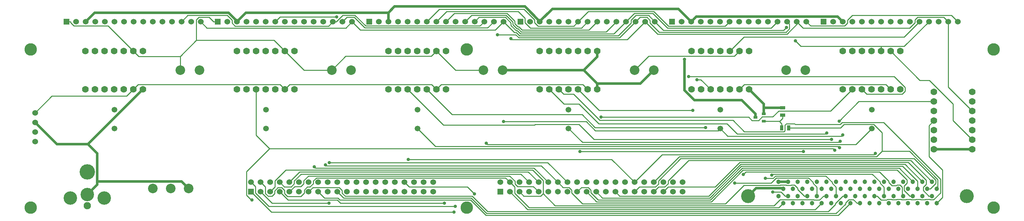
<source format=gtl>
G04 (created by PCBNEW (2013-jul-07)-stable) date Thu 11 Jun 2015 04:55:29 PM PDT*
%MOIN*%
G04 Gerber Fmt 3.4, Leading zero omitted, Abs format*
%FSLAX34Y34*%
G01*
G70*
G90*
G04 APERTURE LIST*
%ADD10C,0.00590551*%
%ADD11C,0.1*%
%ADD12R,0.06X0.06*%
%ADD13C,0.06*%
%ADD14C,0.13*%
%ADD15C,0.145669*%
%ADD16C,0.0472441*%
%ADD17C,0.076*%
%ADD18C,0.14*%
%ADD19C,0.16*%
%ADD20R,0.0394X0.0315*%
%ADD21R,0.035X0.055*%
%ADD22R,0.055X0.035*%
%ADD23C,0.07*%
%ADD24C,0.0590551*%
%ADD25C,0.035*%
%ADD26C,0.01*%
%ADD27C,0.025*%
G04 APERTURE END LIST*
G54D10*
G54D11*
X32324Y-27952D03*
X34324Y-27952D03*
X48124Y-27952D03*
X50124Y-27952D03*
X63924Y-27952D03*
X65924Y-27952D03*
X79694Y-27952D03*
X81694Y-27952D03*
X95514Y-27952D03*
X97514Y-27952D03*
G54D12*
X39712Y-40657D03*
G54D13*
X39712Y-39657D03*
X44712Y-40657D03*
X40712Y-39657D03*
X45712Y-40657D03*
X41712Y-39657D03*
X46712Y-40657D03*
X42712Y-39657D03*
X47712Y-40657D03*
X43712Y-39657D03*
X48712Y-40657D03*
X44712Y-39657D03*
X49712Y-40657D03*
X45712Y-39657D03*
X50712Y-40657D03*
X46712Y-39657D03*
X51712Y-40657D03*
X47712Y-39657D03*
X52712Y-40657D03*
X48712Y-39657D03*
X53712Y-40657D03*
X49712Y-39657D03*
X54712Y-40657D03*
X50712Y-39657D03*
X51712Y-39657D03*
X55712Y-40657D03*
X52712Y-39657D03*
X54712Y-39657D03*
X55712Y-39657D03*
X56712Y-39657D03*
X57712Y-39657D03*
X56712Y-40657D03*
X57712Y-40657D03*
X40712Y-40657D03*
X41712Y-40657D03*
X42712Y-40657D03*
X43712Y-40657D03*
X58712Y-40657D03*
X58712Y-39657D03*
X53712Y-39657D03*
G54D12*
X20460Y-22874D03*
G54D13*
X21460Y-22874D03*
X22460Y-22874D03*
X23460Y-22874D03*
X24460Y-22874D03*
X25460Y-22874D03*
X26460Y-22874D03*
X27460Y-22874D03*
X28460Y-22874D03*
X29460Y-22874D03*
X30460Y-22874D03*
X31460Y-22874D03*
X32460Y-22874D03*
X33460Y-22874D03*
X34460Y-22874D03*
G54D12*
X36248Y-22874D03*
G54D13*
X37248Y-22874D03*
X38248Y-22874D03*
X39248Y-22874D03*
X40248Y-22874D03*
X41248Y-22874D03*
X42248Y-22874D03*
X43248Y-22874D03*
X44248Y-22874D03*
X45248Y-22874D03*
X46248Y-22874D03*
X47248Y-22874D03*
X48248Y-22874D03*
X49248Y-22874D03*
X50248Y-22874D03*
G54D12*
X52035Y-22874D03*
G54D13*
X53035Y-22874D03*
X54035Y-22874D03*
X55035Y-22874D03*
X56035Y-22874D03*
X57035Y-22874D03*
X58035Y-22874D03*
X59035Y-22874D03*
X60035Y-22874D03*
X61035Y-22874D03*
X62035Y-22874D03*
X63035Y-22874D03*
X64035Y-22874D03*
X65035Y-22874D03*
X66035Y-22874D03*
G54D12*
X67822Y-22874D03*
G54D13*
X68822Y-22874D03*
X69822Y-22874D03*
X70822Y-22874D03*
X71822Y-22874D03*
X72822Y-22874D03*
X73822Y-22874D03*
X74822Y-22874D03*
X75822Y-22874D03*
X76822Y-22874D03*
X77822Y-22874D03*
X78822Y-22874D03*
X79822Y-22874D03*
X80822Y-22874D03*
X81822Y-22874D03*
G54D12*
X83610Y-22874D03*
G54D13*
X84610Y-22874D03*
X85610Y-22874D03*
X86610Y-22874D03*
X87610Y-22874D03*
X88610Y-22874D03*
X89610Y-22874D03*
X90610Y-22874D03*
X91610Y-22874D03*
X92610Y-22874D03*
X93610Y-22874D03*
X94610Y-22874D03*
X95610Y-22874D03*
X96610Y-22874D03*
X97610Y-22874D03*
G54D12*
X99397Y-22874D03*
G54D13*
X100397Y-22874D03*
X101397Y-22874D03*
X102397Y-22874D03*
X103397Y-22874D03*
X104397Y-22874D03*
X105397Y-22874D03*
X106397Y-22874D03*
X107397Y-22874D03*
X108397Y-22874D03*
X109397Y-22874D03*
X110397Y-22874D03*
X111397Y-22874D03*
X112397Y-22874D03*
X113397Y-22874D03*
G54D14*
X117125Y-25787D03*
X16732Y-42322D03*
X117125Y-42322D03*
X62204Y-25787D03*
X62204Y-42322D03*
X16732Y-25787D03*
G54D15*
X91553Y-41100D03*
X114352Y-41100D03*
G54D16*
X94702Y-39600D03*
X95202Y-40350D03*
X95702Y-39600D03*
X96202Y-40350D03*
X96702Y-39600D03*
X97202Y-40350D03*
X97702Y-39600D03*
X98202Y-40350D03*
X98702Y-39600D03*
X99202Y-40350D03*
X99702Y-39600D03*
X100202Y-40350D03*
X100702Y-39600D03*
X101202Y-40350D03*
X101702Y-39600D03*
X102202Y-40350D03*
X102702Y-39600D03*
X103202Y-40350D03*
X103702Y-39600D03*
X104202Y-40350D03*
X104702Y-39600D03*
X105202Y-40350D03*
X105702Y-39600D03*
X106202Y-40350D03*
X106702Y-39600D03*
X107202Y-40350D03*
X107702Y-39600D03*
X108202Y-40350D03*
X108702Y-39600D03*
X109202Y-40350D03*
X109702Y-39600D03*
X110202Y-40350D03*
X110702Y-39600D03*
X111202Y-40350D03*
X94702Y-41100D03*
X95202Y-41850D03*
X95702Y-41100D03*
X96202Y-41850D03*
X96702Y-41100D03*
X97202Y-41850D03*
X97702Y-41100D03*
X98202Y-41850D03*
X98702Y-41100D03*
X99202Y-41850D03*
X99702Y-41100D03*
X100202Y-41850D03*
X100702Y-41100D03*
X101202Y-41850D03*
X101702Y-41100D03*
X102202Y-41850D03*
X102702Y-41100D03*
X103202Y-41850D03*
X103702Y-41100D03*
X104202Y-41850D03*
X104702Y-41100D03*
X105202Y-41850D03*
X105702Y-41100D03*
X106202Y-41850D03*
X106702Y-41100D03*
X107202Y-41850D03*
X107702Y-41100D03*
X108202Y-41850D03*
X108702Y-41100D03*
X109202Y-41850D03*
X109702Y-41100D03*
X110202Y-41850D03*
X110702Y-41100D03*
X111202Y-41850D03*
G54D17*
X22637Y-42115D03*
G54D18*
X22637Y-40935D03*
G54D19*
X22637Y-38575D03*
G54D18*
X24407Y-41325D03*
X20867Y-41325D03*
G54D11*
X29480Y-40314D03*
X31350Y-40314D03*
X33220Y-40314D03*
G54D12*
X65696Y-40657D03*
G54D13*
X65696Y-39657D03*
X70696Y-40657D03*
X66696Y-39657D03*
X71696Y-40657D03*
X67696Y-39657D03*
X72696Y-40657D03*
X68696Y-39657D03*
X73696Y-40657D03*
X69696Y-39657D03*
X74696Y-40657D03*
X70696Y-39657D03*
X75696Y-40657D03*
X71696Y-39657D03*
X76696Y-40657D03*
X72696Y-39657D03*
X77696Y-40657D03*
X73696Y-39657D03*
X78696Y-40657D03*
X74696Y-39657D03*
X79696Y-40657D03*
X75696Y-39657D03*
X80696Y-40657D03*
X76696Y-39657D03*
X77696Y-39657D03*
X81696Y-40657D03*
X78696Y-39657D03*
X80696Y-39657D03*
X81696Y-39657D03*
X82696Y-39657D03*
X83696Y-39657D03*
X82696Y-40657D03*
X83696Y-40657D03*
X66696Y-40657D03*
X67696Y-40657D03*
X68696Y-40657D03*
X69696Y-40657D03*
X84696Y-40657D03*
X84696Y-39657D03*
X79696Y-39657D03*
G54D20*
X92296Y-32890D03*
X93162Y-32515D03*
X93162Y-33265D03*
G54D21*
X95784Y-33960D03*
X95034Y-33960D03*
G54D22*
X95150Y-32635D03*
X95150Y-31885D03*
G54D23*
X22450Y-29952D03*
X23450Y-29952D03*
X24450Y-29952D03*
X25450Y-29952D03*
X26450Y-29952D03*
X27450Y-29952D03*
X28450Y-29952D03*
X28450Y-25952D03*
X27450Y-25952D03*
X26450Y-25952D03*
X25450Y-25952D03*
X24450Y-25952D03*
X23450Y-25952D03*
X22450Y-25952D03*
X38250Y-29952D03*
X39250Y-29952D03*
X40250Y-29952D03*
X41250Y-29952D03*
X42250Y-29952D03*
X43250Y-29952D03*
X44250Y-29952D03*
X44250Y-25952D03*
X43250Y-25952D03*
X42250Y-25952D03*
X41250Y-25952D03*
X40250Y-25952D03*
X39250Y-25952D03*
X38250Y-25952D03*
X54050Y-29952D03*
X55050Y-29952D03*
X56050Y-29952D03*
X57050Y-29952D03*
X58050Y-29952D03*
X59050Y-29952D03*
X60050Y-29952D03*
X60050Y-25952D03*
X59050Y-25952D03*
X58050Y-25952D03*
X57050Y-25952D03*
X56050Y-25952D03*
X55050Y-25952D03*
X54050Y-25952D03*
X69820Y-29952D03*
X70820Y-29952D03*
X71820Y-29952D03*
X72820Y-29952D03*
X73820Y-29952D03*
X74820Y-29952D03*
X75820Y-29952D03*
X75820Y-25952D03*
X74820Y-25952D03*
X73820Y-25952D03*
X72820Y-25952D03*
X71820Y-25952D03*
X70820Y-25952D03*
X69820Y-25952D03*
X85640Y-29952D03*
X86640Y-29952D03*
X87640Y-29952D03*
X88640Y-29952D03*
X89640Y-29952D03*
X90640Y-29952D03*
X91640Y-29952D03*
X91640Y-25952D03*
X90640Y-25952D03*
X89640Y-25952D03*
X88640Y-25952D03*
X87640Y-25952D03*
X86640Y-25952D03*
X85640Y-25952D03*
X101400Y-29952D03*
X102400Y-29952D03*
X103400Y-29952D03*
X104400Y-29952D03*
X105400Y-29952D03*
X106400Y-29952D03*
X107400Y-29952D03*
X107400Y-25952D03*
X106400Y-25952D03*
X105400Y-25952D03*
X104400Y-25952D03*
X103400Y-25952D03*
X102400Y-25952D03*
X101400Y-25952D03*
X110909Y-30220D03*
X110909Y-31220D03*
X110909Y-32220D03*
X110909Y-33220D03*
X110909Y-34220D03*
X110909Y-35220D03*
X110909Y-36220D03*
X114909Y-36220D03*
X114909Y-35220D03*
X114909Y-34220D03*
X114909Y-33220D03*
X114909Y-32220D03*
X114909Y-31220D03*
X114909Y-30220D03*
G54D24*
X25480Y-32086D03*
X25480Y-34055D03*
X41279Y-32086D03*
X41279Y-34055D03*
X57070Y-32086D03*
X57070Y-34055D03*
X72820Y-32086D03*
X72820Y-34055D03*
X88640Y-32086D03*
X88640Y-34055D03*
X104440Y-32086D03*
X104440Y-34055D03*
G54D13*
X17200Y-35400D03*
X17200Y-34400D03*
X17200Y-33400D03*
X17200Y-32400D03*
G54D25*
X61002Y-42190D03*
X48637Y-22368D03*
X87100Y-33931D03*
X94112Y-40692D03*
X85779Y-32150D03*
X97300Y-36455D03*
X74005Y-36455D03*
X46318Y-38051D03*
X96476Y-24883D03*
X47479Y-37856D03*
X101024Y-33273D03*
X65402Y-24240D03*
X47869Y-37605D03*
X66797Y-24636D03*
X104808Y-36639D03*
X56102Y-37267D03*
X95530Y-23474D03*
X101066Y-36046D03*
X101151Y-35392D03*
X66044Y-33321D03*
X101403Y-34719D03*
X64251Y-35584D03*
X100577Y-36296D03*
X39816Y-41503D03*
X100251Y-35167D03*
X94012Y-38925D03*
X86196Y-28933D03*
X85329Y-28608D03*
X91048Y-38848D03*
X62994Y-40871D03*
X84916Y-26808D03*
X90140Y-39728D03*
X60881Y-42771D03*
X47830Y-41858D03*
X99728Y-34503D03*
X59870Y-41832D03*
X93356Y-39250D03*
X76193Y-32850D03*
G54D26*
X59550Y-29452D02*
X59050Y-29952D01*
X74319Y-29452D02*
X59550Y-29452D01*
X74820Y-29952D02*
X74319Y-29452D01*
X26743Y-30659D02*
X27450Y-29952D01*
X18940Y-30659D02*
X26743Y-30659D01*
X17200Y-32400D02*
X18940Y-30659D01*
X43750Y-29452D02*
X43250Y-29952D01*
X58549Y-29452D02*
X43750Y-29452D01*
X59050Y-29952D02*
X58549Y-29452D01*
X42749Y-29452D02*
X43250Y-29952D01*
X27950Y-29452D02*
X42749Y-29452D01*
X27450Y-29952D02*
X27950Y-29452D01*
X105899Y-29452D02*
X106400Y-29952D01*
X91140Y-29452D02*
X105899Y-29452D01*
X90640Y-29952D02*
X91140Y-29452D01*
X20460Y-22874D02*
X20910Y-22874D01*
X36248Y-22874D02*
X35797Y-22874D01*
X35347Y-22423D02*
X35797Y-22874D01*
X34266Y-22423D02*
X35347Y-22423D01*
X33998Y-22691D02*
X34266Y-22423D01*
X33998Y-24825D02*
X33998Y-22691D01*
X24821Y-23324D02*
X27450Y-25952D01*
X21248Y-23324D02*
X24821Y-23324D01*
X20910Y-22986D02*
X21248Y-23324D01*
X20910Y-22874D02*
X20910Y-22986D01*
X27997Y-26500D02*
X27450Y-25952D01*
X32324Y-26500D02*
X27997Y-26500D01*
X33998Y-24825D02*
X32324Y-26500D01*
X32324Y-26500D02*
X32324Y-27952D01*
X42122Y-24825D02*
X33998Y-24825D01*
X43250Y-25952D02*
X42122Y-24825D01*
X45250Y-27952D02*
X48124Y-27952D01*
X43250Y-25952D02*
X45250Y-27952D01*
X112909Y-33220D02*
X114909Y-35220D01*
X112909Y-31485D02*
X112909Y-33220D01*
X110427Y-29003D02*
X112909Y-31485D01*
X109450Y-29003D02*
X110427Y-29003D01*
X106400Y-25952D02*
X109450Y-29003D01*
X58515Y-26487D02*
X59050Y-25952D01*
X49589Y-26487D02*
X58515Y-26487D01*
X48124Y-27952D02*
X49589Y-26487D01*
X61050Y-27952D02*
X63924Y-27952D01*
X59050Y-25952D02*
X61050Y-27952D01*
X90110Y-26482D02*
X90640Y-25952D01*
X81164Y-26482D02*
X90110Y-26482D01*
X79694Y-27952D02*
X81164Y-26482D01*
X41573Y-42190D02*
X61002Y-42190D01*
X40162Y-40779D02*
X41573Y-42190D01*
X40162Y-40107D02*
X40162Y-40779D01*
X39712Y-39657D02*
X40162Y-40107D01*
X42753Y-22368D02*
X48637Y-22368D01*
X42248Y-22874D02*
X42753Y-22368D01*
X73368Y-23328D02*
X73822Y-22874D01*
X69634Y-23328D02*
X73368Y-23328D01*
X69272Y-22967D02*
X69634Y-23328D01*
X69272Y-22687D02*
X69272Y-22967D01*
X68163Y-21578D02*
X69272Y-22687D01*
X59331Y-21578D02*
X68163Y-21578D01*
X58035Y-22874D02*
X59331Y-21578D01*
X74884Y-21812D02*
X73822Y-22874D01*
X81704Y-21812D02*
X74884Y-21812D01*
X83235Y-23343D02*
X81704Y-21812D01*
X89141Y-23343D02*
X83235Y-23343D01*
X89610Y-22874D02*
X89141Y-23343D01*
X66241Y-39202D02*
X66696Y-39657D01*
X46528Y-39202D02*
X66241Y-39202D01*
X46212Y-39517D02*
X46528Y-39202D01*
X46212Y-39798D02*
X46212Y-39517D01*
X45853Y-40157D02*
X46212Y-39798D01*
X45576Y-40157D02*
X45853Y-40157D01*
X45262Y-40471D02*
X45576Y-40157D01*
X45262Y-40761D02*
X45262Y-40471D01*
X44896Y-41126D02*
X45262Y-40761D01*
X43509Y-41126D02*
X44896Y-41126D01*
X43212Y-40829D02*
X43509Y-41126D01*
X43212Y-40516D02*
X43212Y-40829D01*
X42902Y-40206D02*
X43212Y-40516D01*
X42522Y-40206D02*
X42902Y-40206D01*
X42162Y-40566D02*
X42522Y-40206D01*
X42162Y-40843D02*
X42162Y-40566D01*
X41894Y-41112D02*
X42162Y-40843D01*
X41496Y-41112D02*
X41894Y-41112D01*
X41212Y-40828D02*
X41496Y-41112D01*
X41212Y-40157D02*
X41212Y-40828D01*
X40712Y-39657D02*
X41212Y-40157D01*
X94744Y-42308D02*
X95202Y-41850D01*
X68695Y-42308D02*
X94744Y-42308D01*
X67196Y-40809D02*
X68695Y-42308D01*
X67196Y-40157D02*
X67196Y-40809D01*
X66696Y-39657D02*
X67196Y-40157D01*
X74157Y-23539D02*
X74822Y-22874D01*
X68848Y-23539D02*
X74157Y-23539D01*
X68272Y-22963D02*
X68848Y-23539D01*
X68272Y-22500D02*
X68272Y-22963D01*
X67572Y-21800D02*
X68272Y-22500D01*
X60109Y-21800D02*
X67572Y-21800D01*
X59035Y-22874D02*
X60109Y-21800D01*
X94984Y-40692D02*
X94112Y-40692D01*
X95392Y-41100D02*
X94984Y-40692D01*
X95702Y-41100D02*
X95392Y-41100D01*
X60688Y-32591D02*
X58050Y-29952D01*
X74245Y-32591D02*
X60688Y-32591D01*
X75585Y-33931D02*
X74245Y-32591D01*
X87100Y-33931D02*
X75585Y-33931D01*
X60906Y-22002D02*
X60035Y-22874D01*
X66396Y-22002D02*
X60906Y-22002D01*
X67215Y-22821D02*
X66396Y-22002D01*
X67215Y-23086D02*
X67215Y-22821D01*
X67547Y-23418D02*
X67215Y-23086D01*
X67644Y-23418D02*
X67547Y-23418D01*
X67965Y-23739D02*
X67644Y-23418D01*
X74956Y-23739D02*
X67965Y-23739D01*
X75822Y-22874D02*
X74956Y-23739D01*
X76017Y-32150D02*
X73820Y-29952D01*
X85779Y-32150D02*
X76017Y-32150D01*
X67837Y-38798D02*
X68696Y-39657D01*
X44930Y-38798D02*
X67837Y-38798D01*
X44212Y-39516D02*
X44930Y-38798D01*
X44212Y-39821D02*
X44212Y-39516D01*
X43902Y-40131D02*
X44212Y-39821D01*
X43187Y-40131D02*
X43902Y-40131D01*
X42712Y-39657D02*
X43187Y-40131D01*
X44787Y-38582D02*
X43712Y-39657D01*
X68622Y-38582D02*
X44787Y-38582D01*
X69696Y-39657D02*
X68622Y-38582D01*
X62702Y-22206D02*
X62035Y-22874D01*
X66307Y-22206D02*
X62702Y-22206D01*
X67015Y-22914D02*
X66307Y-22206D01*
X67015Y-23188D02*
X67015Y-22914D01*
X67445Y-23618D02*
X67015Y-23188D01*
X67561Y-23618D02*
X67445Y-23618D01*
X67882Y-23940D02*
X67561Y-23618D01*
X76756Y-23940D02*
X67882Y-23940D01*
X77822Y-22874D02*
X76756Y-23940D01*
X91116Y-24476D02*
X89640Y-25952D01*
X107794Y-24476D02*
X91116Y-24476D01*
X109397Y-22874D02*
X107794Y-24476D01*
X46449Y-38182D02*
X46318Y-38051D01*
X69221Y-38182D02*
X46449Y-38182D01*
X70696Y-39657D02*
X69221Y-38182D01*
X97300Y-36455D02*
X74005Y-36455D01*
X63489Y-22420D02*
X63035Y-22874D01*
X66237Y-22420D02*
X63489Y-22420D01*
X66815Y-22997D02*
X66237Y-22420D01*
X66815Y-23271D02*
X66815Y-22997D01*
X67362Y-23819D02*
X66815Y-23271D01*
X67479Y-23819D02*
X67362Y-23819D01*
X67800Y-24140D02*
X67479Y-23819D01*
X77556Y-24140D02*
X67800Y-24140D01*
X78822Y-22874D02*
X77556Y-24140D01*
X79684Y-22012D02*
X78822Y-22874D01*
X81621Y-22012D02*
X79684Y-22012D01*
X83154Y-23545D02*
X81621Y-22012D01*
X93939Y-23545D02*
X83154Y-23545D01*
X94610Y-22874D02*
X93939Y-23545D01*
X105400Y-25452D02*
X105400Y-25952D01*
X107819Y-25452D02*
X105400Y-25452D01*
X110397Y-22874D02*
X107819Y-25452D01*
X97045Y-25452D02*
X96476Y-24883D01*
X105400Y-25452D02*
X97045Y-25452D01*
X103078Y-31220D02*
X101024Y-33273D01*
X110909Y-31220D02*
X103078Y-31220D01*
X97390Y-41100D02*
X97702Y-41100D01*
X96702Y-40412D02*
X97390Y-41100D01*
X96702Y-40279D02*
X96702Y-40412D01*
X96382Y-39958D02*
X96702Y-40279D01*
X96047Y-39958D02*
X96382Y-39958D01*
X96017Y-39989D02*
X96047Y-39958D01*
X95545Y-39989D02*
X96017Y-39989D01*
X95514Y-39958D02*
X95545Y-39989D01*
X94897Y-39958D02*
X95514Y-39958D01*
X94868Y-39987D02*
X94897Y-39958D01*
X91093Y-39987D02*
X94868Y-39987D01*
X89172Y-41908D02*
X91093Y-39987D01*
X74289Y-41908D02*
X89172Y-41908D01*
X73147Y-40765D02*
X74289Y-41908D01*
X73147Y-40471D02*
X73147Y-40765D01*
X72875Y-40199D02*
X73147Y-40471D01*
X72239Y-40199D02*
X72875Y-40199D01*
X71696Y-39657D02*
X72239Y-40199D01*
X69978Y-37939D02*
X71696Y-39657D01*
X47562Y-37939D02*
X69978Y-37939D01*
X47479Y-37856D02*
X47562Y-37939D01*
X33112Y-22221D02*
X32460Y-22874D01*
X37247Y-22221D02*
X33112Y-22221D01*
X37748Y-22722D02*
X37247Y-22221D01*
X37748Y-23022D02*
X37748Y-22722D01*
X38054Y-23329D02*
X37748Y-23022D01*
X47792Y-23329D02*
X38054Y-23329D01*
X48248Y-22874D02*
X47792Y-23329D01*
X48601Y-22874D02*
X48248Y-22874D01*
X49266Y-22209D02*
X48601Y-22874D01*
X50552Y-22209D02*
X49266Y-22209D01*
X51667Y-23324D02*
X50552Y-22209D01*
X63585Y-23324D02*
X51667Y-23324D01*
X64035Y-22874D02*
X63585Y-23324D01*
X67306Y-24240D02*
X65402Y-24240D01*
X67623Y-24558D02*
X67306Y-24240D01*
X78138Y-24558D02*
X67623Y-24558D01*
X79822Y-22874D02*
X78138Y-24558D01*
X80283Y-22413D02*
X79822Y-22874D01*
X81004Y-22413D02*
X80283Y-22413D01*
X81322Y-22732D02*
X81004Y-22413D01*
X81322Y-23014D02*
X81322Y-22732D01*
X82274Y-23966D02*
X81322Y-23014D01*
X95507Y-23966D02*
X82274Y-23966D01*
X95856Y-23618D02*
X95507Y-23966D01*
X95856Y-23119D02*
X95856Y-23618D01*
X95610Y-22874D02*
X95856Y-23119D01*
X70645Y-37605D02*
X47869Y-37605D01*
X72696Y-39657D02*
X70645Y-37605D01*
X64384Y-23524D02*
X65035Y-22874D01*
X51584Y-23524D02*
X64384Y-23524D01*
X50479Y-22419D02*
X51584Y-23524D01*
X49702Y-22419D02*
X50479Y-22419D01*
X49248Y-22874D02*
X49702Y-22419D01*
X66920Y-24758D02*
X66797Y-24636D01*
X78938Y-24758D02*
X66920Y-24758D01*
X80822Y-22874D02*
X78938Y-24758D01*
X112397Y-29707D02*
X112397Y-22874D01*
X114909Y-32220D02*
X112397Y-29707D01*
X82115Y-24167D02*
X80822Y-22874D01*
X95591Y-24167D02*
X82115Y-24167D01*
X96747Y-23011D02*
X95591Y-24167D01*
X97265Y-23529D02*
X96747Y-23011D01*
X108379Y-23529D02*
X97265Y-23529D01*
X108947Y-22961D02*
X108379Y-23529D01*
X108947Y-22687D02*
X108947Y-22961D01*
X109218Y-22416D02*
X108947Y-22687D01*
X111940Y-22416D02*
X109218Y-22416D01*
X112397Y-22874D02*
X111940Y-22416D01*
X96747Y-23011D02*
X96610Y-22874D01*
X77306Y-37267D02*
X56102Y-37267D01*
X79696Y-39657D02*
X77306Y-37267D01*
X111802Y-41250D02*
X111202Y-41850D01*
X111802Y-38381D02*
X111802Y-41250D01*
X110394Y-36974D02*
X111802Y-38381D01*
X110394Y-33735D02*
X110394Y-36974D01*
X110909Y-33220D02*
X110394Y-33735D01*
X82573Y-36780D02*
X79696Y-39657D01*
X104666Y-36780D02*
X82573Y-36780D01*
X104808Y-36639D02*
X104666Y-36780D01*
X35115Y-23529D02*
X34460Y-22874D01*
X49592Y-23529D02*
X35115Y-23529D01*
X50248Y-22874D02*
X49592Y-23529D01*
X98060Y-23324D02*
X97610Y-22874D01*
X101591Y-23324D02*
X98060Y-23324D01*
X101897Y-23018D02*
X101591Y-23324D01*
X101897Y-22712D02*
X101897Y-23018D01*
X102393Y-22216D02*
X101897Y-22712D01*
X112740Y-22216D02*
X102393Y-22216D01*
X113397Y-22874D02*
X112740Y-22216D01*
X51100Y-23726D02*
X50248Y-22874D01*
X65182Y-23726D02*
X51100Y-23726D01*
X66035Y-22874D02*
X65182Y-23726D01*
X67180Y-24019D02*
X66035Y-22874D01*
X67367Y-24019D02*
X67180Y-24019D01*
X67693Y-24345D02*
X67367Y-24019D01*
X77995Y-24345D02*
X67693Y-24345D01*
X79342Y-22997D02*
X77995Y-24345D01*
X79342Y-22696D02*
X79342Y-22997D01*
X79825Y-22213D02*
X79342Y-22696D01*
X81162Y-22213D02*
X79825Y-22213D01*
X81822Y-22874D02*
X81162Y-22213D01*
X82715Y-23766D02*
X81822Y-22874D01*
X95238Y-23766D02*
X82715Y-23766D01*
X95530Y-23474D02*
X95238Y-23766D01*
X100943Y-43109D02*
X102202Y-41850D01*
X64206Y-43109D02*
X100943Y-43109D01*
X62604Y-41507D02*
X64206Y-43109D01*
X48987Y-41507D02*
X62604Y-41507D01*
X48787Y-41307D02*
X48987Y-41507D01*
X47362Y-41307D02*
X48787Y-41307D01*
X46712Y-40657D02*
X47362Y-41307D01*
X83196Y-40157D02*
X82696Y-40657D01*
X88093Y-40157D02*
X83196Y-40157D01*
X90659Y-37591D02*
X88093Y-40157D01*
X108248Y-37591D02*
X90659Y-37591D01*
X110102Y-39445D02*
X108248Y-37591D01*
X110102Y-39890D02*
X110102Y-39445D01*
X109803Y-40188D02*
X110102Y-39890D01*
X109803Y-40525D02*
X109803Y-40188D01*
X110379Y-41100D02*
X109803Y-40525D01*
X110702Y-41100D02*
X110379Y-41100D01*
X102892Y-41850D02*
X103202Y-41850D01*
X102505Y-41463D02*
X102892Y-41850D01*
X102033Y-41463D02*
X102505Y-41463D01*
X101702Y-41794D02*
X102033Y-41463D01*
X101702Y-41926D02*
X101702Y-41794D01*
X100719Y-42909D02*
X101702Y-41926D01*
X64289Y-42909D02*
X100719Y-42909D01*
X62687Y-41307D02*
X64289Y-42909D01*
X49362Y-41307D02*
X62687Y-41307D01*
X48712Y-40657D02*
X49362Y-41307D01*
X100940Y-35920D02*
X101066Y-36046D01*
X58935Y-35920D02*
X100940Y-35920D01*
X57070Y-34055D02*
X58935Y-35920D01*
X101051Y-35492D02*
X101151Y-35392D01*
X74257Y-35492D02*
X101051Y-35492D01*
X72820Y-34055D02*
X74257Y-35492D01*
X88428Y-34266D02*
X88640Y-34055D01*
X75603Y-34266D02*
X88428Y-34266D01*
X74658Y-33321D02*
X75603Y-34266D01*
X66044Y-33321D02*
X74658Y-33321D01*
X89414Y-34829D02*
X88640Y-34055D01*
X101293Y-34829D02*
X89414Y-34829D01*
X101403Y-34719D02*
X101293Y-34829D01*
X64387Y-35720D02*
X64251Y-35584D01*
X102775Y-35720D02*
X64387Y-35720D01*
X104440Y-34055D02*
X102775Y-35720D01*
X75747Y-41708D02*
X74696Y-40657D01*
X87700Y-41708D02*
X75747Y-41708D01*
X91016Y-38391D02*
X87700Y-41708D01*
X107065Y-38391D02*
X91016Y-38391D01*
X108099Y-39425D02*
X107065Y-38391D01*
X108099Y-39750D02*
X108099Y-39425D01*
X107797Y-40052D02*
X108099Y-39750D01*
X107797Y-40498D02*
X107797Y-40052D01*
X108398Y-41100D02*
X107797Y-40498D01*
X108702Y-41100D02*
X108398Y-41100D01*
X101392Y-41100D02*
X101702Y-41100D01*
X100631Y-41860D02*
X101392Y-41100D01*
X100631Y-41968D02*
X100631Y-41860D01*
X99891Y-42709D02*
X100631Y-41968D01*
X64372Y-42709D02*
X99891Y-42709D01*
X62770Y-41107D02*
X64372Y-42709D01*
X49525Y-41107D02*
X62770Y-41107D01*
X49212Y-40795D02*
X49525Y-41107D01*
X49212Y-40520D02*
X49212Y-40795D01*
X48898Y-40207D02*
X49212Y-40520D01*
X46162Y-40207D02*
X48898Y-40207D01*
X45712Y-40657D02*
X46162Y-40207D01*
X80196Y-40157D02*
X79696Y-40657D01*
X81869Y-40157D02*
X80196Y-40157D01*
X82196Y-39829D02*
X81869Y-40157D01*
X82196Y-39516D02*
X82196Y-39829D01*
X84522Y-37191D02*
X82196Y-39516D01*
X108844Y-37191D02*
X84522Y-37191D01*
X111097Y-39444D02*
X108844Y-37191D01*
X111097Y-39781D02*
X111097Y-39444D01*
X110528Y-40350D02*
X111097Y-39781D01*
X110202Y-40350D02*
X110528Y-40350D01*
X82196Y-40157D02*
X81696Y-40657D01*
X82837Y-40157D02*
X82196Y-40157D01*
X83196Y-39798D02*
X82837Y-40157D01*
X83196Y-39519D02*
X83196Y-39798D01*
X85325Y-37391D02*
X83196Y-39519D01*
X108493Y-37391D02*
X85325Y-37391D01*
X110702Y-39600D02*
X108493Y-37391D01*
X40250Y-34729D02*
X40250Y-29952D01*
X41651Y-36130D02*
X40250Y-34729D01*
X100411Y-36130D02*
X41651Y-36130D01*
X100577Y-36296D02*
X100411Y-36130D01*
X39746Y-41503D02*
X39816Y-41503D01*
X39248Y-41005D02*
X39746Y-41503D01*
X39248Y-38533D02*
X39248Y-41005D01*
X41651Y-36130D02*
X39248Y-38533D01*
X75465Y-35167D02*
X100251Y-35167D01*
X73894Y-33595D02*
X75465Y-35167D01*
X69340Y-33595D02*
X73894Y-33595D01*
X69266Y-33669D02*
X69340Y-33595D01*
X59766Y-33669D02*
X69266Y-33669D01*
X56050Y-29952D02*
X59766Y-33669D01*
X105013Y-41100D02*
X104702Y-41100D01*
X105413Y-41500D02*
X105013Y-41100D01*
X106005Y-41500D02*
X105413Y-41500D01*
X106047Y-41458D02*
X106005Y-41500D01*
X106514Y-41458D02*
X106047Y-41458D01*
X106545Y-41489D02*
X106514Y-41458D01*
X107017Y-41489D02*
X106545Y-41489D01*
X107047Y-41458D02*
X107017Y-41489D01*
X107514Y-41458D02*
X107047Y-41458D01*
X107545Y-41489D02*
X107514Y-41458D01*
X108017Y-41489D02*
X107545Y-41489D01*
X108047Y-41458D02*
X108017Y-41489D01*
X108514Y-41458D02*
X108047Y-41458D01*
X108545Y-41489D02*
X108514Y-41458D01*
X109017Y-41489D02*
X108545Y-41489D01*
X109047Y-41458D02*
X109017Y-41489D01*
X109514Y-41458D02*
X109047Y-41458D01*
X109545Y-41489D02*
X109514Y-41458D01*
X110017Y-41489D02*
X109545Y-41489D01*
X110047Y-41458D02*
X110017Y-41489D01*
X110514Y-41458D02*
X110047Y-41458D01*
X110545Y-41489D02*
X110514Y-41458D01*
X110866Y-41489D02*
X110545Y-41489D01*
X111590Y-40764D02*
X110866Y-41489D01*
X111590Y-39337D02*
X111590Y-40764D01*
X105660Y-33406D02*
X111590Y-39337D01*
X101351Y-33406D02*
X105660Y-33406D01*
X101149Y-33608D02*
X101351Y-33406D01*
X96461Y-33608D02*
X101149Y-33608D01*
X96386Y-33533D02*
X96461Y-33608D01*
X95524Y-33533D02*
X96386Y-33533D01*
X95374Y-33683D02*
X95524Y-33533D01*
X95374Y-34285D02*
X95374Y-33683D01*
X95271Y-34389D02*
X95374Y-34285D01*
X91155Y-34389D02*
X95271Y-34389D01*
X89957Y-33190D02*
X91155Y-34389D01*
X76064Y-33190D02*
X89957Y-33190D01*
X73326Y-30452D02*
X76064Y-33190D01*
X72320Y-30452D02*
X73326Y-30452D01*
X71820Y-29952D02*
X72320Y-30452D01*
X86620Y-28933D02*
X86196Y-28933D01*
X87640Y-29952D02*
X86620Y-28933D01*
X105702Y-40160D02*
X105702Y-41100D01*
X105300Y-39758D02*
X105702Y-40160D01*
X105300Y-39625D02*
X105300Y-39758D01*
X104474Y-38800D02*
X105300Y-39625D01*
X94137Y-38800D02*
X104474Y-38800D01*
X94012Y-38925D02*
X94137Y-38800D01*
X106767Y-28608D02*
X85329Y-28608D01*
X107918Y-29759D02*
X106767Y-28608D01*
X107918Y-30146D02*
X107918Y-29759D01*
X107609Y-30456D02*
X107918Y-30146D01*
X103903Y-30456D02*
X107609Y-30456D01*
X103400Y-29952D02*
X103903Y-30456D01*
X91305Y-38592D02*
X91048Y-38848D01*
X105244Y-38592D02*
X91305Y-38592D01*
X106202Y-39550D02*
X105244Y-38592D01*
X106202Y-39662D02*
X106202Y-39550D01*
X106541Y-40000D02*
X106202Y-39662D01*
X107005Y-40000D02*
X106541Y-40000D01*
X107047Y-39958D02*
X107005Y-40000D01*
X107375Y-39958D02*
X107047Y-39958D01*
X107596Y-40180D02*
X107375Y-39958D01*
X107596Y-40994D02*
X107596Y-40180D01*
X107702Y-41100D02*
X107596Y-40994D01*
X74157Y-40196D02*
X73696Y-40657D01*
X74872Y-40196D02*
X74157Y-40196D01*
X75147Y-40471D02*
X74872Y-40196D01*
X75147Y-40748D02*
X75147Y-40471D01*
X75906Y-41508D02*
X75147Y-40748D01*
X87617Y-41508D02*
X75906Y-41508D01*
X90933Y-38191D02*
X87617Y-41508D01*
X107294Y-38191D02*
X90933Y-38191D01*
X108702Y-39600D02*
X107294Y-38191D01*
X76347Y-41308D02*
X75696Y-40657D01*
X87534Y-41308D02*
X76347Y-41308D01*
X90851Y-37991D02*
X87534Y-41308D01*
X107641Y-37991D02*
X90851Y-37991D01*
X109202Y-39553D02*
X107641Y-37991D01*
X109202Y-40350D02*
X109202Y-39553D01*
X78147Y-41108D02*
X77696Y-40657D01*
X87451Y-41108D02*
X78147Y-41108D01*
X90768Y-37791D02*
X87451Y-41108D01*
X107893Y-37791D02*
X90768Y-37791D01*
X109702Y-39600D02*
X107893Y-37791D01*
X95784Y-33960D02*
X96109Y-33960D01*
X111321Y-40231D02*
X111202Y-40350D01*
X111321Y-39361D02*
X111321Y-40231D01*
X108360Y-36399D02*
X111321Y-39361D01*
X105507Y-36399D02*
X108360Y-36399D01*
X101181Y-33960D02*
X96109Y-33960D01*
X101533Y-33608D02*
X101181Y-33960D01*
X104638Y-33608D02*
X101533Y-33608D01*
X105507Y-34477D02*
X104638Y-33608D01*
X105507Y-36399D02*
X105507Y-34477D01*
X84373Y-36980D02*
X81696Y-39657D01*
X104926Y-36980D02*
X84373Y-36980D01*
X105507Y-36399D02*
X104926Y-36980D01*
X56212Y-40157D02*
X55712Y-39657D01*
X62280Y-40157D02*
X56212Y-40157D01*
X62994Y-40871D02*
X62280Y-40157D01*
G54D27*
X54035Y-21934D02*
X54035Y-22874D01*
X23398Y-21936D02*
X22460Y-22874D01*
X37362Y-21936D02*
X23398Y-21936D01*
X38274Y-22847D02*
X37362Y-21936D01*
X39187Y-21934D02*
X38274Y-22847D01*
X54035Y-21934D02*
X39187Y-21934D01*
X38274Y-22847D02*
X38248Y-22874D01*
X69822Y-22874D02*
X69822Y-22848D01*
X54677Y-21292D02*
X54035Y-21934D01*
X68267Y-21292D02*
X54677Y-21292D01*
X69822Y-22848D02*
X68267Y-21292D01*
X84916Y-30053D02*
X84916Y-26808D01*
X85947Y-31084D02*
X84916Y-30053D01*
X90874Y-31084D02*
X85947Y-31084D01*
X92296Y-32507D02*
X90874Y-31084D01*
X92296Y-32890D02*
X92296Y-32507D01*
X71134Y-21537D02*
X69822Y-22848D01*
X84273Y-21537D02*
X71134Y-21537D01*
X85610Y-22874D02*
X84273Y-21537D01*
X86135Y-22348D02*
X85610Y-22874D01*
X100872Y-22348D02*
X86135Y-22348D01*
X101397Y-22874D02*
X100872Y-22348D01*
G54D26*
X98702Y-40160D02*
X98702Y-41100D01*
X98300Y-39758D02*
X98702Y-40160D01*
X98300Y-39646D02*
X98300Y-39758D01*
X97853Y-39200D02*
X98300Y-39646D01*
X94480Y-39200D02*
X97853Y-39200D01*
X93952Y-39728D02*
X94480Y-39200D01*
X90140Y-39728D02*
X93952Y-39728D01*
X41827Y-42771D02*
X60881Y-42771D01*
X39712Y-40657D02*
X41827Y-42771D01*
X41913Y-41858D02*
X47830Y-41858D01*
X40712Y-40657D02*
X41913Y-41858D01*
X98544Y-42508D02*
X99202Y-41850D01*
X68548Y-42508D02*
X98544Y-42508D01*
X66696Y-40657D02*
X68548Y-42508D01*
X68152Y-41113D02*
X67696Y-40657D01*
X69900Y-41113D02*
X68152Y-41113D01*
X70160Y-40853D02*
X69900Y-41113D01*
X99392Y-41100D02*
X99702Y-41100D01*
X98988Y-41504D02*
X99392Y-41100D01*
X98403Y-41504D02*
X98988Y-41504D01*
X98360Y-41461D02*
X98403Y-41504D01*
X97888Y-41461D02*
X98360Y-41461D01*
X97857Y-41491D02*
X97888Y-41461D01*
X97390Y-41491D02*
X97857Y-41491D01*
X97360Y-41461D02*
X97390Y-41491D01*
X96888Y-41461D02*
X97360Y-41461D01*
X96857Y-41491D02*
X96888Y-41461D01*
X96390Y-41491D02*
X96857Y-41491D01*
X96360Y-41461D02*
X96390Y-41491D01*
X95888Y-41461D02*
X96360Y-41461D01*
X95857Y-41491D02*
X95888Y-41461D01*
X95390Y-41491D02*
X95857Y-41491D01*
X95360Y-41461D02*
X95390Y-41491D01*
X94888Y-41461D02*
X95360Y-41461D01*
X94240Y-42108D02*
X94888Y-41461D01*
X71415Y-42108D02*
X94240Y-42108D01*
X70160Y-40853D02*
X71415Y-42108D01*
X70160Y-39480D02*
X70160Y-40853D01*
X69062Y-38382D02*
X70160Y-39480D01*
X43344Y-38382D02*
X69062Y-38382D01*
X42212Y-39514D02*
X43344Y-38382D01*
X42212Y-40157D02*
X42212Y-39514D01*
X41712Y-40657D02*
X42212Y-40157D01*
X49029Y-41832D02*
X59870Y-41832D01*
X48714Y-41517D02*
X49029Y-41832D01*
X43573Y-41517D02*
X48714Y-41517D01*
X42712Y-40657D02*
X43573Y-41517D01*
X99630Y-34601D02*
X99728Y-34503D01*
X90404Y-34601D02*
X99630Y-34601D01*
X89335Y-33531D02*
X90404Y-34601D01*
X75968Y-33531D02*
X89335Y-33531D01*
X73917Y-31480D02*
X75968Y-33531D01*
X72347Y-31480D02*
X73917Y-31480D01*
X70820Y-29952D02*
X72347Y-31480D01*
X100702Y-40160D02*
X100702Y-41100D01*
X100300Y-39758D02*
X100702Y-40160D01*
X100300Y-39651D02*
X100300Y-39758D01*
X99648Y-39000D02*
X100300Y-39651D01*
X94397Y-39000D02*
X99648Y-39000D01*
X94147Y-39250D02*
X94397Y-39000D01*
X93356Y-39250D02*
X94147Y-39250D01*
X69147Y-40107D02*
X69696Y-40657D01*
X67500Y-40107D02*
X69147Y-40107D01*
X67233Y-39840D02*
X67500Y-40107D01*
X67233Y-39548D02*
X67233Y-39840D01*
X66683Y-38998D02*
X67233Y-39548D01*
X45702Y-38998D02*
X66683Y-38998D01*
X45212Y-39488D02*
X45702Y-38998D01*
X45212Y-39794D02*
X45212Y-39488D01*
X44898Y-40107D02*
X45212Y-39794D01*
X44262Y-40107D02*
X44898Y-40107D01*
X43712Y-40657D02*
X44262Y-40107D01*
X91602Y-32850D02*
X76193Y-32850D01*
X91949Y-33197D02*
X91602Y-32850D01*
X92646Y-33197D02*
X91949Y-33197D01*
X93021Y-32822D02*
X92646Y-33197D01*
X94117Y-32822D02*
X93021Y-32822D01*
X94729Y-32210D02*
X94117Y-32822D01*
X100142Y-32210D02*
X94729Y-32210D01*
X102400Y-29952D02*
X100142Y-32210D01*
G54D27*
X110909Y-36220D02*
X114909Y-36220D01*
X19486Y-35686D02*
X22716Y-35686D01*
X17200Y-33400D02*
X19486Y-35686D01*
X22716Y-35686D02*
X28450Y-29952D01*
X32487Y-39582D02*
X23668Y-39582D01*
X33220Y-40314D02*
X32487Y-39582D01*
X23668Y-36639D02*
X23668Y-39582D01*
X22716Y-35686D02*
X23668Y-36639D01*
X23668Y-39904D02*
X22637Y-40935D01*
X23668Y-39582D02*
X23668Y-39904D01*
X95702Y-39600D02*
X94702Y-39600D01*
X92375Y-40278D02*
X91553Y-41100D01*
X95130Y-40278D02*
X92375Y-40278D01*
X95202Y-40350D02*
X95130Y-40278D01*
X95150Y-31885D02*
X94649Y-31885D01*
X94649Y-31885D02*
X93162Y-31885D01*
X93162Y-31475D02*
X93162Y-31885D01*
X91640Y-29952D02*
X93162Y-31475D01*
X93162Y-31885D02*
X93162Y-32515D01*
X75820Y-29352D02*
X75820Y-29952D01*
X80294Y-29352D02*
X75820Y-29352D01*
X81694Y-27952D02*
X80294Y-29352D01*
X75820Y-26552D02*
X74420Y-27952D01*
X75820Y-25952D02*
X75820Y-26552D01*
X75820Y-29352D02*
X74420Y-27952D01*
X74420Y-27952D02*
X65924Y-27952D01*
G54D26*
X95150Y-32635D02*
X95150Y-32960D01*
X94845Y-33345D02*
X94845Y-33265D01*
X95034Y-33534D02*
X94845Y-33345D01*
X95150Y-32960D02*
X94845Y-33265D01*
X94845Y-33265D02*
X93162Y-33265D01*
X95034Y-33960D02*
X95034Y-33534D01*
M02*

</source>
